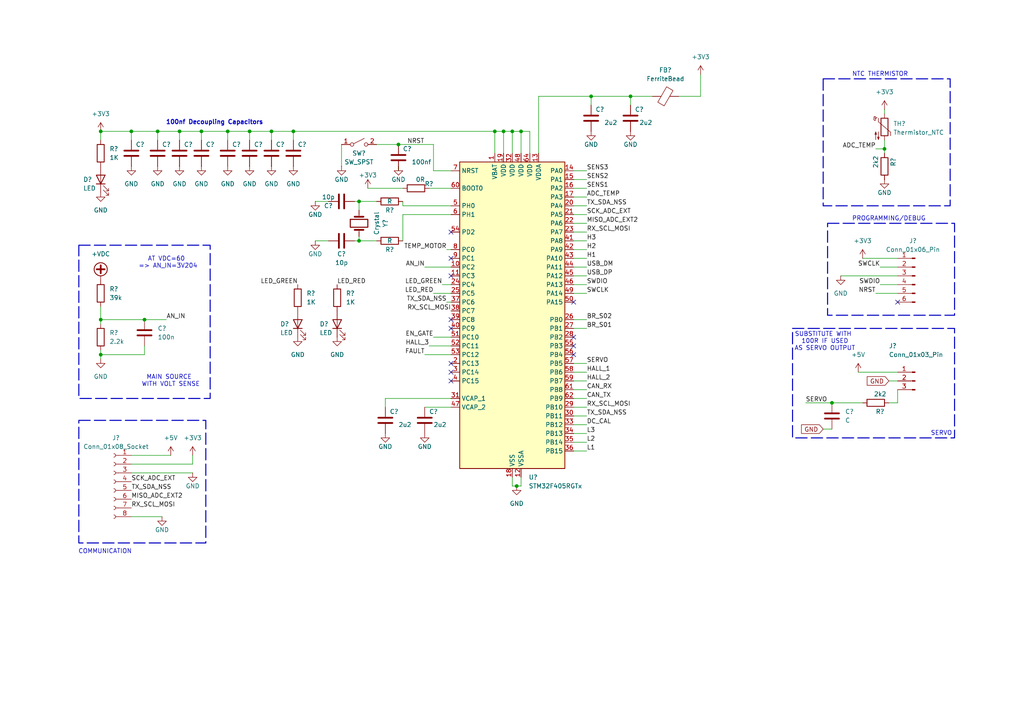
<source format=kicad_sch>
(kicad_sch (version 20231120) (generator "eeschema") (generator_version "8.0")
  (paper "A4")
  (lib_symbols
    (symbol "Connector:Conn_01x03_Pin" (pin_names (offset 1.016) hide)
      (property "Reference" "J" (at 0 5.08 0))
      (property "Value" "Conn_01x03_Pin" (at 0 -5.08 0))
      (symbol "Conn_01x03_Pin_1_1"
        (polyline (pts (xy 1.27 -2.54) (xy 0.8636 -2.54)) (stroke (width 0.1524)))
        (polyline (pts (xy 1.27 0) (xy 0.8636 0)) (stroke (width 0.1524)))
        (polyline (pts (xy 1.27 2.54) (xy 0.8636 2.54)) (stroke (width 0.1524)))
        (rectangle (start 0.8636 -2.413) (end 0 -2.667) (stroke (width 0.1524)) (fill (type outline)))
        (rectangle (start 0.8636 0.127) (end 0 -0.127) (stroke (width 0.1524)) (fill (type outline)))
        (rectangle (start 0.8636 2.667) (end 0 2.413) (stroke (width 0.1524)) (fill (type outline)))
        (pin passive line (at 5.08 2.54 180) (length 3.81) (name "Pin_1") (number "1"))
        (pin passive line (at 5.08 0 180) (length 3.81) (name "Pin_2") (number "2"))
        (pin passive line (at 5.08 -2.54 180) (length 3.81) (name "Pin_3") (number "3"))
      )
    )
    (symbol "Connector:Conn_01x06_Pin" (pin_names (offset 1.016) hide)
      (property "Reference" "J" (at 0 7.62 0))
      (property "Value" "Conn_01x06_Pin" (at 0 -10.16 0))
      (symbol "Conn_01x06_Pin_1_1"
        (polyline (pts (xy 1.27 -7.62) (xy 0.8636 -7.62)) (stroke (width 0.1524)))
        (polyline (pts (xy 1.27 -5.08) (xy 0.8636 -5.08)) (stroke (width 0.1524)))
        (polyline (pts (xy 1.27 -2.54) (xy 0.8636 -2.54)) (stroke (width 0.1524)))
        (polyline (pts (xy 1.27 0) (xy 0.8636 0)) (stroke (width 0.1524)))
        (polyline (pts (xy 1.27 2.54) (xy 0.8636 2.54)) (stroke (width 0.1524)))
        (polyline (pts (xy 1.27 5.08) (xy 0.8636 5.08)) (stroke (width 0.1524)))
        (rectangle (start 0.8636 -7.493) (end 0 -7.747) (stroke (width 0.1524)) (fill (type outline)))
        (rectangle (start 0.8636 -4.953) (end 0 -5.207) (stroke (width 0.1524)) (fill (type outline)))
        (rectangle (start 0.8636 -2.413) (end 0 -2.667) (stroke (width 0.1524)) (fill (type outline)))
        (rectangle (start 0.8636 0.127) (end 0 -0.127) (stroke (width 0.1524)) (fill (type outline)))
        (rectangle (start 0.8636 2.667) (end 0 2.413) (stroke (width 0.1524)) (fill (type outline)))
        (rectangle (start 0.8636 5.207) (end 0 4.953) (stroke (width 0.1524)) (fill (type outline)))
        (pin passive line (at 5.08 5.08 180) (length 3.81) (name "Pin_1") (number "1"))
        (pin passive line (at 5.08 2.54 180) (length 3.81) (name "Pin_2") (number "2"))
        (pin passive line (at 5.08 0 180) (length 3.81) (name "Pin_3") (number "3"))
        (pin passive line (at 5.08 -2.54 180) (length 3.81) (name "Pin_4") (number "4"))
        (pin passive line (at 5.08 -5.08 180) (length 3.81) (name "Pin_5") (number "5"))
        (pin passive line (at 5.08 -7.62 180) (length 3.81) (name "Pin_6") (number "6"))
      )
    )
    (symbol "Connector:Conn_01x08_Socket" (pin_names (offset 1.016) hide)
      (property "Reference" "J" (at 0 10.16 0))
      (property "Value" "Conn_01x08_Socket" (at 0 -12.7 0))
      (symbol "Conn_01x08_Socket_1_1"
        (arc (start 0 -9.652) (mid -0.5058 -10.16) (end 0 -10.668) (stroke (width 0.1524)))
        (arc (start 0 -7.112) (mid -0.5058 -7.62) (end 0 -8.128) (stroke (width 0.1524)))
        (arc (start 0 -4.572) (mid -0.5058 -5.08) (end 0 -5.588) (stroke (width 0.1524)))
        (arc (start 0 -2.032) (mid -0.5058 -2.54) (end 0 -3.048) (stroke (width 0.1524)))
        (polyline (pts (xy -1.27 -10.16) (xy -0.508 -10.16)) (stroke (width 0.1524)))
        (polyline (pts (xy -1.27 -7.62) (xy -0.508 -7.62)) (stroke (width 0.1524)))
        (polyline (pts (xy -1.27 -5.08) (xy -0.508 -5.08)) (stroke (width 0.1524)))
        (polyline (pts (xy -1.27 -2.54) (xy -0.508 -2.54)) (stroke (width 0.1524)))
        (polyline (pts (xy -1.27 0) (xy -0.508 0)) (stroke (width 0.1524)))
        (polyline (pts (xy -1.27 2.54) (xy -0.508 2.54)) (stroke (width 0.1524)))
        (polyline (pts (xy -1.27 5.08) (xy -0.508 5.08)) (stroke (width 0.1524)))
        (polyline (pts (xy -1.27 7.62) (xy -0.508 7.62)) (stroke (width 0.1524)))
        (arc (start 0 0.508) (mid -0.5058 0) (end 0 -0.508) (stroke (width 0.1524)))
        (arc (start 0 3.048) (mid -0.5058 2.54) (end 0 2.032) (stroke (width 0.1524)))
        (arc (start 0 5.588) (mid -0.5058 5.08) (end 0 4.572) (stroke (width 0.1524)))
        (arc (start 0 8.128) (mid -0.5058 7.62) (end 0 7.112) (stroke (width 0.1524)))
        (pin passive line (at -5.08 7.62 0) (length 3.81) (name "Pin_1") (number "1"))
        (pin passive line (at -5.08 5.08 0) (length 3.81) (name "Pin_2") (number "2"))
        (pin passive line (at -5.08 2.54 0) (length 3.81) (name "Pin_3") (number "3"))
        (pin passive line (at -5.08 0 0) (length 3.81) (name "Pin_4") (number "4"))
        (pin passive line (at -5.08 -2.54 0) (length 3.81) (name "Pin_5") (number "5"))
        (pin passive line (at -5.08 -5.08 0) (length 3.81) (name "Pin_6") (number "6"))
        (pin passive line (at -5.08 -7.62 0) (length 3.81) (name "Pin_7") (number "7"))
        (pin passive line (at -5.08 -10.16 0) (length 3.81) (name "Pin_8") (number "8"))
      )
    )
    (symbol "Device:C" (pin_numbers hide) (pin_names (offset 0.254))
      (property "Reference" "C" (at 0.635 2.54 0))
      (property "Value" "C" (at 0.635 -2.54 0))
      (symbol "C_0_1"
        (polyline (pts (xy -2.032 -0.762) (xy 2.032 -0.762)) (stroke (width 0.508)))
        (polyline (pts (xy -2.032 0.762) (xy 2.032 0.762)) (stroke (width 0.508)))
      )
      (symbol "C_1_1"
        (pin passive line (at 0 3.81 270) (length 2.794) (name "~") (number "1"))
        (pin passive line (at 0 -3.81 90) (length 2.794) (name "~") (number "2"))
      )
    )
    (symbol "Device:Crystal" (pin_numbers hide) (pin_names (offset 1.016) hide)
      (property "Reference" "Y" (at 0 3.81 0))
      (property "Value" "Crystal" (at 0 -3.81 0))
      (symbol "Crystal_0_1"
        (rectangle (start -1.143 2.54) (end 1.143 -2.54) (stroke (width 0.3048)))
        (polyline (pts (xy -2.54 0) (xy -1.905 0)))
        (polyline (pts (xy -1.905 -1.27) (xy -1.905 1.27)) (stroke (width 0.508)))
        (polyline (pts (xy 1.905 -1.27) (xy 1.905 1.27)) (stroke (width 0.508)))
        (polyline (pts (xy 2.54 0) (xy 1.905 0)))
      )
      (symbol "Crystal_1_1"
        (pin passive line (at -3.81 0 0) (length 1.27) (name "1") (number "1"))
        (pin passive line (at 3.81 0 180) (length 1.27) (name "2") (number "2"))
      )
    )
    (symbol "Device:FerriteBead" (pin_numbers hide) (pin_names (offset 0))
      (property "Reference" "FB" (at -3.81 0.635 90))
      (property "Value" "FerriteBead" (at 3.81 0 90))
      (symbol "FerriteBead_0_1"
        (polyline (pts (xy 0 -1.27) (xy 0 -1.2192)))
        (polyline (pts (xy 0 1.27) (xy 0 1.2954)))
        (polyline (pts (xy -2.7686 0.4064) (xy -1.7018 2.2606) (xy 2.7686 -0.3048) (xy 1.6764 -2.159) (xy -2.7686 0.4064)))
      )
      (symbol "FerriteBead_1_1"
        (pin passive line (at 0 3.81 270) (length 2.54) (name "~") (number "1"))
        (pin passive line (at 0 -3.81 90) (length 2.54) (name "~") (number "2"))
      )
    )
    (symbol "Device:LED" (pin_numbers hide) (pin_names (offset 1.016) hide)
      (property "Reference" "D" (at 0 2.54 0))
      (property "Value" "LED" (at 0 -2.54 0))
      (symbol "LED_0_1"
        (polyline (pts (xy -1.27 -1.27) (xy -1.27 1.27)) (stroke (width 0.254)))
        (polyline (pts (xy -1.27 0) (xy 1.27 0)))
        (polyline (pts (xy 1.27 -1.27) (xy 1.27 1.27) (xy -1.27 0) (xy 1.27 -1.27)) (stroke (width 0.254)))
        (polyline (pts (xy -3.048 -0.762) (xy -4.572 -2.286) (xy -3.81 -2.286) (xy -4.572 -2.286) (xy -4.572 -1.524)))
        (polyline (pts (xy -1.778 -0.762) (xy -3.302 -2.286) (xy -2.54 -2.286) (xy -3.302 -2.286) (xy -3.302 -1.524)))
      )
      (symbol "LED_1_1"
        (pin passive line (at -3.81 0 0) (length 2.54) (name "K") (number "1"))
        (pin passive line (at 3.81 0 180) (length 2.54) (name "A") (number "2"))
      )
    )
    (symbol "Device:R" (pin_numbers hide) (pin_names (offset 0))
      (property "Reference" "R" (at 2.032 0 90))
      (property "Value" "R" (at 0 0 90))
      (symbol "R_0_1"
        (rectangle (start -1.016 -2.54) (end 1.016 2.54) (stroke (width 0.254)))
      )
      (symbol "R_1_1"
        (pin passive line (at 0 3.81 270) (length 1.27) (name "~") (number "1"))
        (pin passive line (at 0 -3.81 90) (length 1.27) (name "~") (number "2"))
      )
    )
    (symbol "Device:Thermistor_NTC" (pin_numbers hide) (pin_names (offset 0))
      (property "Reference" "TH" (at -4.445 0 90))
      (property "Value" "Thermistor_NTC" (at 3.175 0 90))
      (symbol "Thermistor_NTC_0_1"
        (arc (start -3.048 2.159) (mid -3.0495 2.3143) (end -3.175 2.413))
        (arc (start -3.048 2.159) (mid -2.9736 1.9794) (end -2.794 1.905))
        (arc (start -3.048 2.794) (mid -2.9736 2.6144) (end -2.794 2.54))
        (arc (start -2.794 1.905) (mid -2.6144 1.9794) (end -2.54 2.159))
        (arc (start -2.794 2.54) (mid -2.4393 2.5587) (end -2.159 2.794))
        (arc (start -2.794 3.048) (mid -2.9736 2.9736) (end -3.048 2.794))
        (arc (start -2.54 2.794) (mid -2.6144 2.9736) (end -2.794 3.048))
        (rectangle (start -1.016 2.54) (end 1.016 -2.54) (stroke (width 0.254)))
        (polyline (pts (xy -2.54 2.159) (xy -2.54 2.794)))
        (polyline (pts (xy -1.778 2.54) (xy -1.778 1.524) (xy 1.778 -1.524) (xy 1.778 -2.54)))
        (polyline (pts (xy -2.54 -3.683) (xy -2.54 -1.397) (xy -2.794 -2.159) (xy -2.286 -2.159) (xy -2.54 -1.397) (xy -2.54 -1.651)) (fill (type outline)))
        (polyline (pts (xy -1.778 -1.397) (xy -1.778 -3.683) (xy -2.032 -2.921) (xy -1.524 -2.921) (xy -1.778 -3.683) (xy -1.778 -3.429)) (fill (type outline)))
      )
      (symbol "Thermistor_NTC_1_1"
        (pin passive line (at 0 3.81 270) (length 1.27) (name "~") (number "1"))
        (pin passive line (at 0 -3.81 90) (length 1.27) (name "~") (number "2"))
      )
    )
    (symbol "MCU_ST_STM32F4:STM32F405RGTx"
      (property "Reference" "U" (at -15.24 46.99 0))
      (property "Value" "STM32F405RGTx" (at 10.16 46.99 0))
      (symbol "STM32F405RGTx_0_1"
        (rectangle (start -15.24 -43.18) (end 15.24 45.72) (stroke (width 0.254)) (fill (type background)))
      )
      (symbol "STM32F405RGTx_1_1"
        (pin power_in line (at -5.08 48.26 270) (length 2.54) (name "VBAT") (number "1"))
        (pin bidirectional line (at -17.78 15.24 0) (length 2.54) (name "PC2") (number "10"))
        (pin bidirectional line (at -17.78 12.7 0) (length 2.54) (name "PC3") (number "11"))
        (pin power_in line (at 2.54 -45.72 90) (length 2.54) (name "VSSA") (number "12"))
        (pin power_in line (at 7.62 48.26 270) (length 2.54) (name "VDDA") (number "13"))
        (pin bidirectional line (at 17.78 43.18 180) (length 2.54) (name "PA0") (number "14"))
        (pin bidirectional line (at 17.78 40.64 180) (length 2.54) (name "PA1") (number "15"))
        (pin bidirectional line (at 17.78 38.1 180) (length 2.54) (name "PA2") (number "16"))
        (pin bidirectional line (at 17.78 35.56 180) (length 2.54) (name "PA3") (number "17"))
        (pin power_in line (at 0 -45.72 90) (length 2.54) (name "VSS") (number "18"))
        (pin power_in line (at -2.54 48.26 270) (length 2.54) (name "VDD") (number "19"))
        (pin bidirectional line (at -17.78 -12.7 0) (length 2.54) (name "PC13") (number "2"))
        (pin bidirectional line (at 17.78 33.02 180) (length 2.54) (name "PA4") (number "20"))
        (pin bidirectional line (at 17.78 30.48 180) (length 2.54) (name "PA5") (number "21"))
        (pin bidirectional line (at 17.78 27.94 180) (length 2.54) (name "PA6") (number "22"))
        (pin bidirectional line (at 17.78 25.4 180) (length 2.54) (name "PA7") (number "23"))
        (pin bidirectional line (at -17.78 10.16 0) (length 2.54) (name "PC4") (number "24"))
        (pin bidirectional line (at -17.78 7.62 0) (length 2.54) (name "PC5") (number "25"))
        (pin bidirectional line (at 17.78 0 180) (length 2.54) (name "PB0") (number "26"))
        (pin bidirectional line (at 17.78 -2.54 180) (length 2.54) (name "PB1") (number "27"))
        (pin bidirectional line (at 17.78 -5.08 180) (length 2.54) (name "PB2") (number "28"))
        (pin bidirectional line (at 17.78 -25.4 180) (length 2.54) (name "PB10") (number "29"))
        (pin bidirectional line (at -17.78 -15.24 0) (length 2.54) (name "PC14") (number "3"))
        (pin bidirectional line (at 17.78 -27.94 180) (length 2.54) (name "PB11") (number "30"))
        (pin power_out line (at -17.78 -22.86 0) (length 2.54) (name "VCAP_1") (number "31"))
        (pin power_in line (at 0 48.26 270) (length 2.54) (name "VDD") (number "32"))
        (pin bidirectional line (at 17.78 -30.48 180) (length 2.54) (name "PB12") (number "33"))
        (pin bidirectional line (at 17.78 -33.02 180) (length 2.54) (name "PB13") (number "34"))
        (pin bidirectional line (at 17.78 -35.56 180) (length 2.54) (name "PB14") (number "35"))
        (pin bidirectional line (at 17.78 -38.1 180) (length 2.54) (name "PB15") (number "36"))
        (pin bidirectional line (at -17.78 5.08 0) (length 2.54) (name "PC6") (number "37"))
        (pin bidirectional line (at -17.78 2.54 0) (length 2.54) (name "PC7") (number "38"))
        (pin bidirectional line (at -17.78 0 0) (length 2.54) (name "PC8") (number "39"))
        (pin bidirectional line (at -17.78 -17.78 0) (length 2.54) (name "PC15") (number "4"))
        (pin bidirectional line (at -17.78 -2.54 0) (length 2.54) (name "PC9") (number "40"))
        (pin bidirectional line (at 17.78 22.86 180) (length 2.54) (name "PA8") (number "41"))
        (pin bidirectional line (at 17.78 20.32 180) (length 2.54) (name "PA9") (number "42"))
        (pin bidirectional line (at 17.78 17.78 180) (length 2.54) (name "PA10") (number "43"))
        (pin bidirectional line (at 17.78 15.24 180) (length 2.54) (name "PA11") (number "44"))
        (pin bidirectional line (at 17.78 12.7 180) (length 2.54) (name "PA12") (number "45"))
        (pin bidirectional line (at 17.78 10.16 180) (length 2.54) (name "PA13") (number "46"))
        (pin power_out line (at -17.78 -25.4 0) (length 2.54) (name "VCAP_2") (number "47"))
        (pin power_in line (at 2.54 48.26 270) (length 2.54) (name "VDD") (number "48"))
        (pin bidirectional line (at 17.78 7.62 180) (length 2.54) (name "PA14") (number "49"))
        (pin bidirectional line (at -17.78 33.02 0) (length 2.54) (name "PH0") (number "5"))
        (pin bidirectional line (at 17.78 5.08 180) (length 2.54) (name "PA15") (number "50"))
        (pin bidirectional line (at -17.78 -5.08 0) (length 2.54) (name "PC10") (number "51"))
        (pin bidirectional line (at -17.78 -7.62 0) (length 2.54) (name "PC11") (number "52"))
        (pin bidirectional line (at -17.78 -10.16 0) (length 2.54) (name "PC12") (number "53"))
        (pin bidirectional line (at -17.78 25.4 0) (length 2.54) (name "PD2") (number "54"))
        (pin bidirectional line (at 17.78 -7.62 180) (length 2.54) (name "PB3") (number "55"))
        (pin bidirectional line (at 17.78 -10.16 180) (length 2.54) (name "PB4") (number "56"))
        (pin bidirectional line (at 17.78 -12.7 180) (length 2.54) (name "PB5") (number "57"))
        (pin bidirectional line (at 17.78 -15.24 180) (length 2.54) (name "PB6") (number "58"))
        (pin bidirectional line (at 17.78 -17.78 180) (length 2.54) (name "PB7") (number "59"))
        (pin bidirectional line (at -17.78 30.48 0) (length 2.54) (name "PH1") (number "6"))
        (pin input line (at -17.78 38.1 0) (length 2.54) (name "BOOT0") (number "60"))
        (pin bidirectional line (at 17.78 -20.32 180) (length 2.54) (name "PB8") (number "61"))
        (pin bidirectional line (at 17.78 -22.86 180) (length 2.54) (name "PB9") (number "62"))
        (pin passive line (at 0 -45.72 90) (length 2.54) hide (name "VSS") (number "63"))
        (pin power_in line (at 5.08 48.26 270) (length 2.54) (name "VDD") (number "64"))
        (pin input line (at -17.78 43.18 0) (length 2.54) (name "NRST") (number "7"))
        (pin bidirectional line (at -17.78 20.32 0) (length 2.54) (name "PC0") (number "8"))
        (pin bidirectional line (at -17.78 17.78 0) (length 2.54) (name "PC1") (number "9"))
      )
    )
    (symbol "Switch:SW_SPST" (pin_names (offset 0) hide)
      (property "Reference" "SW" (at 0 3.175 0))
      (property "Value" "SW_SPST" (at 0 -2.54 0))
      (symbol "SW_SPST_0_0"
        (circle (center -2.032 0) (radius 0.508))
        (polyline (pts (xy -1.524 0.254) (xy 1.524 1.778)))
        (circle (center 2.032 0) (radius 0.508))
      )
      (symbol "SW_SPST_1_1"
        (pin passive line (at -5.08 0 0) (length 2.54) (name "A") (number "1"))
        (pin passive line (at 5.08 0 180) (length 2.54) (name "B") (number "2"))
      )
    )
    (symbol "power:+3V3" (power) (pin_numbers hide) (pin_names (offset 0) hide)
      (property "Value" "+3V3" (at 0 3.556 0))
      (symbol "+3V3_0_1"
        (polyline (pts (xy -0.762 1.27) (xy 0 2.54)))
        (polyline (pts (xy 0 0) (xy 0 2.54)))
        (polyline (pts (xy 0 2.54) (xy 0.762 1.27)))
      )
      (symbol "+3V3_1_1"
        (pin power_in line (at 0 0 90) (length 0) (name "~") (number "1"))
      )
    )
    (symbol "power:+VDC" (power) (pin_numbers hide) (pin_names (offset 0) hide)
      (property "Value" "+VDC" (at 0 6.35 0))
      (symbol "+VDC_0_1"
        (polyline (pts (xy -1.143 3.175) (xy 1.143 3.175)) (stroke (width 0.508)))
        (polyline (pts (xy 0 0) (xy 0 1.27)))
        (polyline (pts (xy 0 2.032) (xy 0 4.318)) (stroke (width 0.508)))
        (circle (center 0 3.175) (radius 1.905) (stroke (width 0.254)))
      )
      (symbol "+VDC_1_1"
        (pin power_in line (at 0 0 90) (length 0) (name "~") (number "1"))
      )
    )
    (symbol "power:GND" (power) (pin_numbers hide) (pin_names (offset 0) hide)
      (property "Value" "GND" (at 0 -3.81 0))
      (symbol "GND_0_1"
        (polyline (pts (xy 0 0) (xy 0 -1.27) (xy 1.27 -1.27) (xy 0 -2.54) (xy -1.27 -1.27) (xy 0 -1.27)))
      )
      (symbol "GND_1_1"
        (pin power_in line (at 0 0 270) (length 0) (name "~") (number "1"))
      )
    )
  )
  (junction (at 241.3 116.84))
  (junction (at 29.21 38.1))
  (junction (at 72.39 38.1))
  (junction (at 66.04 38.1))
  (junction (at 29.21 92.71))
  (junction (at 149.86 140.97))
  (junction (at 148.59 38.1))
  (junction (at 146.05 38.1))
  (junction (at 58.42 38.1))
  (junction (at 78.74 38.1))
  (junction (at 29.21 102.87))
  (junction (at 38.1 38.1))
  (junction (at 143.51 38.1))
  (junction (at 182.88 27.94))
  (junction (at 52.07 38.1))
  (junction (at 115.57 41.91))
  (junction (at 41.91 92.71))
  (junction (at 45.72 38.1))
  (junction (at 171.45 27.94))
  (junction (at 151.13 38.1))
  (junction (at 104.14 69.85))
  (junction (at 104.14 58.42))
  (junction (at 85.09 38.1))
  (junction (at 256.54 43.18))
  (no_connect (at 130.81 80.01))
  (no_connect (at 130.81 67.31))
  (no_connect (at 130.81 107.95))
  (no_connect (at 166.37 87.63))
  (no_connect (at 130.81 95.25))
  (no_connect (at 130.81 92.71))
  (no_connect (at 166.37 97.79))
  (no_connect (at 130.81 110.49))
  (no_connect (at 130.81 105.41))
  (no_connect (at 166.37 100.33))
  (no_connect (at 166.37 102.87))
  (no_connect (at 260.35 87.63))
  (no_connect (at 130.81 74.93))
  (wire (pts (xy 170.18 128.27) (xy 166.37 128.27)))
  (wire (pts (xy 170.18 80.01) (xy 166.37 80.01)))
  (wire (pts (xy 148.59 44.45) (xy 148.59 38.1)))
  (wire (pts (xy 170.18 72.39) (xy 166.37 72.39)))
  (wire (pts (xy 203.2 21.59) (xy 203.2 27.94)))
  (wire (pts (xy 116.84 59.69) (xy 116.84 58.42)))
  (wire (pts (xy 29.21 40.64) (xy 29.21 38.1)))
  (wire (pts (xy 78.74 38.1) (xy 85.09 38.1)))
  (wire (pts (xy 170.18 62.23) (xy 166.37 62.23)))
  (wire (pts (xy 182.88 27.94) (xy 171.45 27.94)))
  (wire (pts (xy 171.45 30.48) (xy 171.45 27.94)))
  (wire (pts (xy 170.18 82.55) (xy 166.37 82.55)))
  (wire (pts (xy 38.1 149.86) (xy 46.99 149.86)))
  (wire (pts (xy 38.1 40.64) (xy 38.1 38.1)))
  (wire (pts (xy 38.1 132.08) (xy 49.53 132.08)))
  (wire (pts (xy 91.44 69.85) (xy 95.25 69.85)))
  (wire (pts (xy 256.54 31.75) (xy 256.54 33.02)))
  (wire (pts (xy 170.18 130.81) (xy 166.37 130.81)))
  (wire (pts (xy 109.22 58.42) (xy 104.14 58.42)))
  (wire (pts (xy 104.14 58.42) (xy 104.14 60.96)))
  (wire (pts (xy 170.18 52.07) (xy 166.37 52.07)))
  (wire (pts (xy 143.51 38.1) (xy 146.05 38.1)))
  (wire (pts (xy 170.18 118.11) (xy 166.37 118.11)))
  (wire (pts (xy 243.84 80.01) (xy 260.35 80.01)))
  (wire (pts (xy 182.88 27.94) (xy 189.23 27.94)))
  (wire (pts (xy 255.27 77.47) (xy 260.35 77.47)))
  (wire (pts (xy 151.13 44.45) (xy 151.13 38.1)))
  (wire (pts (xy 85.09 38.1) (xy 143.51 38.1)))
  (wire (pts (xy 170.18 110.49) (xy 166.37 110.49)))
  (wire (pts (xy 78.74 40.64) (xy 78.74 38.1)))
  (wire (pts (xy 29.21 104.14) (xy 29.21 102.87)))
  (wire (pts (xy 170.18 54.61) (xy 166.37 54.61)))
  (wire (pts (xy 151.13 138.43) (xy 151.13 140.97)))
  (wire (pts (xy 58.42 38.1) (xy 66.04 38.1)))
  (wire (pts (xy 170.18 123.19) (xy 166.37 123.19)))
  (wire (pts (xy 170.18 120.65) (xy 166.37 120.65)))
  (wire (pts (xy 123.19 102.87) (xy 130.81 102.87)))
  (wire (pts (xy 129.54 72.39) (xy 130.81 72.39)))
  (wire (pts (xy 256.54 44.45) (xy 256.54 43.18)))
  (wire (pts (xy 146.05 38.1) (xy 148.59 38.1)))
  (wire (pts (xy 233.68 116.84) (xy 241.3 116.84)))
  (wire (pts (xy 55.88 134.62) (xy 55.88 132.08)))
  (wire (pts (xy 29.21 92.71) (xy 29.21 93.98)))
  (wire (pts (xy 41.91 100.33) (xy 41.91 102.87)))
  (wire (pts (xy 91.44 58.42) (xy 95.25 58.42)))
  (wire (pts (xy 257.81 116.84) (xy 260.35 116.84)))
  (wire (pts (xy 156.21 27.94) (xy 156.21 44.45)))
  (wire (pts (xy 148.59 38.1) (xy 151.13 38.1)))
  (wire (pts (xy 241.3 116.84) (xy 250.19 116.84)))
  (wire (pts (xy 170.18 105.41) (xy 166.37 105.41)))
  (wire (pts (xy 170.18 92.71) (xy 166.37 92.71)))
  (wire (pts (xy 123.19 118.11) (xy 130.81 118.11)))
  (wire (pts (xy 109.22 41.91) (xy 115.57 41.91)))
  (wire (pts (xy 170.18 74.93) (xy 166.37 74.93)))
  (wire (pts (xy 72.39 40.64) (xy 72.39 38.1)))
  (wire (pts (xy 257.81 110.49) (xy 260.35 110.49)))
  (wire (pts (xy 104.14 68.58) (xy 104.14 69.85)))
  (wire (pts (xy 45.72 40.64) (xy 45.72 38.1)))
  (wire (pts (xy 170.18 77.47) (xy 166.37 77.47)))
  (wire (pts (xy 250.19 74.93) (xy 260.35 74.93)))
  (wire (pts (xy 52.07 38.1) (xy 58.42 38.1)))
  (wire (pts (xy 29.21 102.87) (xy 29.21 101.6)))
  (wire (pts (xy 85.09 40.64) (xy 85.09 38.1)))
  (wire (pts (xy 104.14 58.42) (xy 102.87 58.42)))
  (wire (pts (xy 260.35 116.84) (xy 260.35 113.03)))
  (wire (pts (xy 123.19 77.47) (xy 130.81 77.47)))
  (wire (pts (xy 52.07 40.64) (xy 52.07 38.1)))
  (wire (pts (xy 55.88 134.62) (xy 38.1 134.62)))
  (wire (pts (xy 170.18 107.95) (xy 166.37 107.95)))
  (wire (pts (xy 111.76 118.11) (xy 111.76 115.57)))
  (wire (pts (xy 125.73 41.91) (xy 125.73 49.53)))
  (wire (pts (xy 116.84 69.85) (xy 116.84 62.23)))
  (wire (pts (xy 115.57 48.26) (xy 115.57 49.53)))
  (wire (pts (xy 196.85 27.94) (xy 203.2 27.94)))
  (wire (pts (xy 38.1 38.1) (xy 45.72 38.1)))
  (wire (pts (xy 41.91 92.71) (xy 29.21 92.71)))
  (wire (pts (xy 170.18 95.25) (xy 166.37 95.25)))
  (wire (pts (xy 171.45 27.94) (xy 156.21 27.94)))
  (wire (pts (xy 170.18 69.85) (xy 166.37 69.85)))
  (wire (pts (xy 104.14 69.85) (xy 102.87 69.85)))
  (wire (pts (xy 170.18 125.73) (xy 166.37 125.73)))
  (wire (pts (xy 182.88 30.48) (xy 182.88 27.94)))
  (wire (pts (xy 248.92 107.95) (xy 260.35 107.95)))
  (wire (pts (xy 106.68 54.61) (xy 116.84 54.61)))
  (wire (pts (xy 128.27 82.55) (xy 130.81 82.55)))
  (wire (pts (xy 111.76 115.57) (xy 130.81 115.57)))
  (wire (pts (xy 170.18 49.53) (xy 166.37 49.53)))
  (wire (pts (xy 255.27 82.55) (xy 260.35 82.55)))
  (wire (pts (xy 256.54 43.18) (xy 256.54 40.64)))
  (wire (pts (xy 29.21 88.9) (xy 29.21 92.71)))
  (wire (pts (xy 124.46 100.33) (xy 130.81 100.33)))
  (wire (pts (xy 125.73 97.79) (xy 130.81 97.79)))
  (wire (pts (xy 149.86 140.97) (xy 148.59 140.97)))
  (wire (pts (xy 170.18 59.69) (xy 166.37 59.69)))
  (wire (pts (xy 146.05 44.45) (xy 146.05 38.1)))
  (wire (pts (xy 29.21 38.1) (xy 38.1 38.1)))
  (wire (pts (xy 38.1 137.16) (xy 55.88 137.16)))
  (wire (pts (xy 143.51 44.45) (xy 143.51 38.1)))
  (wire (pts (xy 66.04 40.64) (xy 66.04 38.1)))
  (wire (pts (xy 151.13 140.97) (xy 149.86 140.97)))
  (wire (pts (xy 170.18 115.57) (xy 166.37 115.57)))
  (wire (pts (xy 148.59 140.97) (xy 148.59 138.43)))
  (wire (pts (xy 130.81 59.69) (xy 116.84 59.69)))
  (wire (pts (xy 72.39 38.1) (xy 78.74 38.1)))
  (wire (pts (xy 66.04 38.1) (xy 72.39 38.1)))
  (wire (pts (xy 104.14 69.85) (xy 109.22 69.85)))
  (wire (pts (xy 170.18 67.31) (xy 166.37 67.31)))
  (wire (pts (xy 254 43.18) (xy 256.54 43.18)))
  (wire (pts (xy 124.46 54.61) (xy 130.81 54.61)))
  (wire (pts (xy 125.73 49.53) (xy 130.81 49.53)))
  (wire (pts (xy 99.06 48.26) (xy 99.06 41.91)))
  (wire (pts (xy 153.67 44.45) (xy 153.67 38.1)))
  (wire (pts (xy 170.18 64.77) (xy 166.37 64.77)))
  (wire (pts (xy 115.57 41.91) (xy 125.73 41.91)))
  (wire (pts (xy 58.42 40.64) (xy 58.42 38.1)))
  (wire (pts (xy 129.54 87.63) (xy 130.81 87.63)))
  (wire (pts (xy 41.91 92.71) (xy 48.26 92.71)))
  (wire (pts (xy 170.18 85.09) (xy 166.37 85.09)))
  (wire (pts (xy 238.76 124.46) (xy 241.3 124.46)))
  (wire (pts (xy 29.21 102.87) (xy 41.91 102.87)))
  (wire (pts (xy 45.72 38.1) (xy 52.07 38.1)))
  (wire (pts (xy 170.18 113.03) (xy 166.37 113.03)))
  (wire (pts (xy 116.84 62.23) (xy 130.81 62.23)))
  (wire (pts (xy 170.18 57.15) (xy 166.37 57.15)))
  (wire (pts (xy 151.13 38.1) (xy 153.67 38.1)))
  (wire (pts (xy 125.73 85.09) (xy 130.81 85.09)))
  (wire (pts (xy 254 85.09) (xy 260.35 85.09)))
  (rectangle (start 229.87 95.25) (end 276.86 127) (stroke (width 0.3) (type dash)))
  (rectangle (start 240.03 64.77) (end 276.86 91.44) (stroke (width 0.3) (type dash)))
  (rectangle (start 22.86 71.12) (end 60.96 115.57) (stroke (width 0.3) (type dash)))
  (rectangle (start 22.86 121.92) (end 59.69 157.48) (stroke (width 0.3) (type dash)))
  (rectangle (start 238.76 22.86) (end 275.59 59.69) (stroke (width 0.3) (type dash)))
  (text "SUBSTITUTE WITH\n 100R IF USED\n AS SERVO OUTPUT\n" (at 238.76 99.06 0) (effects (font (size 1.27 1.27))))
  (text "AT VDC=60\n => AN_IN=3V204\n" (at 48.26 76.2 0) (effects (font (size 1.27 1.27))))
  (text "MAIN SOURCE \nWITH VOLT SENSE\n" (at 49.53 110.49 0) (effects (font (size 1.27 1.27))))
  (text "NTC THERMISTOR\n" (at 255.27 21.59 0) (effects (font (size 1.27 1.27))))
  (text "COMMUNICATION\n" (at 30.48 160.02 0) (effects (font (size 1.27 1.27))))
  (text "100nf Decoupling Capacitors" (at 62.23 35.56 0) (effects (font (size 1.27 1.27) (thickness 0.254) (bold yes))))
  (text "PROGRAMMING/DEBUG\n" (at 257.81 63.5 0) (effects (font (size 1.27 1.27))))
  (text "SERVO\n" (at 273.05 125.73 0) (effects (font (size 1.27 1.27))))
  (label "LED_GREEN" (at 86.36 82.55 180))
  (label "SERVO" (at 233.68 116.84 0))
  (label "NRST" (at 118.11 41.91 0))
  (label "L3" (at 170.18 125.73 0))
  (label "SENS2" (at 170.18 52.07 0))
  (label "LED_RED" (at 97.79 82.55 0))
  (label "NRST" (at 254 85.09 180))
  (label "TX_SDA_NSS" (at 170.18 120.65 0))
  (label "L1" (at 170.18 130.81 0))
  (label "AN_IN" (at 123.19 77.47 180))
  (label "SENS1" (at 170.18 54.61 0))
  (label "RX_SCL_MOSI" (at 170.18 118.11 0))
  (label "TX_SDA_NSS" (at 38.1 142.24 0))
  (label "FAULT" (at 123.19 102.87 180))
  (label "SCK_ADC_EXT" (at 38.1 139.7 0))
  (label "TX_SDA_NSS" (at 129.54 87.63 180))
  (label "USB_DP" (at 170.18 80.01 0))
  (label "SWCLK" (at 255.27 77.47 180))
  (label "MISO_ADC_EXT2" (at 170.18 64.77 0))
  (label "ADC_TEMP" (at 254 43.18 180))
  (label "RX_SCL_MOSI" (at 38.1 147.32 0))
  (label "SENS3" (at 170.18 49.53 0))
  (label "EN_GATE" (at 125.73 97.79 180))
  (label "ADC_TEMP" (at 170.18 57.15 0))
  (label "USB_DM" (at 170.18 77.47 0))
  (label "H3" (at 170.18 69.85 0))
  (label "MISO_ADC_EXT2" (at 38.1 144.78 0))
  (label "SWCLK" (at 170.18 85.09 0))
  (label "TX_SDA_NSS" (at 170.18 59.69 0))
  (label "RX_SCL_MOSI" (at 170.18 67.31 0))
  (label "LED_GREEN" (at 128.27 82.55 180))
  (label "L2" (at 170.18 128.27 0))
  (label "HALL_2" (at 170.18 110.49 0))
  (label "H1" (at 170.18 74.93 0))
  (label "BR_S02" (at 170.18 92.71 0))
  (label "CAN_RX" (at 170.18 113.03 0))
  (label "DC_CAL" (at 170.18 123.19 0))
  (label "SCK_ADC_EXT" (at 170.18 62.23 0))
  (label "SERVO" (at 170.18 105.41 0))
  (label "CAN_TX" (at 170.18 115.57 0))
  (label "SWDIO" (at 255.27 82.55 180))
  (label "RX_SCL_MOSI" (at 130.81 90.17 180))
  (label "SWDIO" (at 170.18 82.55 0))
  (label "HALL_3" (at 124.46 100.33 180))
  (label "BR_S01" (at 170.18 95.25 0))
  (label "LED_RED" (at 125.73 85.09 180))
  (label "TEMP_MOTOR" (at 129.54 72.39 180))
  (label "H2" (at 170.18 72.39 0))
  (label "HALL_1" (at 170.18 107.95 0))
  (label "AN_IN" (at 48.26 92.71 0))
  (global_label "GND" (shape input) (at 238.76 124.46 180) (property "Intersheetrefs" "${INTERSHEET_REFS}" (effects (hide yes))))
  (global_label "GND" (shape input) (at 257.81 110.49 180) (property "Intersheetrefs" "${INTERSHEET_REFS}" (effects (hide yes))))
  (symbol (lib_id "power:+3V3") (at 29.21 38.1 0) (unit 1)
    (property "Reference" "#PWR02" (effects (hide yes)))
    (property "Value" "+3V3" (at 29.21 33.02 0))
    (property "Description" "Power symbol creates a global label with name \"+3V3\"" (effects (hide yes)))
  )
  (symbol (lib_id "power:GND") (at 171.45 38.1 0) (unit 1)
    (property "Reference" "#PWR016" (effects (hide yes)))
    (property "Value" "GND" (at 171.45 41.91 0))
    (property "Description" "Power symbol creates a global label with name \"GND\" , ground" (effects (hide yes)))
  )
  (symbol (lib_id "power:GND") (at 78.74 48.26 0) (unit 1)
    (property "Reference" "#PWR06" (effects (hide yes)))
    (property "Value" "GND" (at 78.74 53.34 0))
    (property "Description" "Power symbol creates a global label with name \"GND\" , ground" (effects (hide yes)))
  )
  (symbol (lib_id "power:+3V3") (at 49.53 132.08 0) (unit 1)
    (property "Reference" "#PWR031" (effects (hide yes)))
    (property "Value" "+5V" (at 49.53 127 0))
    (property "Description" "Power symbol creates a global label with name \"+3V3\"" (effects (hide yes)))
  )
  (symbol (lib_id "power:+3V3") (at 106.68 54.61 0) (unit 1)
    (property "Reference" "#PWR013" (effects (hide yes)))
    (property "Value" "+3V3" (at 106.68 50.8 0))
    (property "Description" "Power symbol creates a global label with name \"+3V3\"" (effects (hide yes)))
  )
  (symbol (lib_id "Device:Crystal") (at 104.14 64.77 90) (unit 1)
    (property "Reference" "Y?" (at 111.76 64.77 0))
    (property "Value" "Crystal" (at 109.22 64.77 0))
    (property "Description" "Two pin crystal" (effects (hide yes)))
  )
  (symbol (lib_id "Device:R") (at 97.79 86.36 0) (unit 1)
    (property "Reference" "R?" (at 100.33 85.0899 0) (effects (justify left)))
    (property "Value" "1K" (at 100.33 87.6299 0) (effects (justify left)))
    (property "Description" "Resistor" (effects (hide yes)))
  )
  (symbol (lib_id "Device:C") (at 241.3 120.65 0) (unit 1)
    (property "Reference" "C?" (at 245.11 119.3799 0) (effects (justify left)))
    (property "Value" "C" (at 245.11 121.9199 0) (effects (justify left)))
    (property "Description" "Unpolarized capacitor" (effects (hide yes)))
  )
  (symbol (lib_id "Device:C") (at 115.57 45.72 180) (unit 1)
    (property "Reference" "C?" (at 116.84 43.18 0) (effects (justify right)))
    (property "Value" "100nf" (at 119.38 46.9899 0) (effects (justify right)))
    (property "Description" "Unpolarized capacitor" (effects (hide yes)))
  )
  (symbol (lib_id "Device:R") (at 113.03 69.85 90) (unit 1)
    (property "Reference" "R?" (at 113.03 72.39 90))
    (property "Value" "R" (at 113.03 69.85 90))
    (property "Description" "Resistor" (effects (hide yes)))
  )
  (symbol (lib_id "Device:R") (at 254 116.84 90) (unit 1)
    (property "Reference" "R?" (at 255.27 119.38 90))
    (property "Value" "2k2" (at 255.27 114.3 90))
    (property "Description" "Resistor" (effects (hide yes)))
  )
  (symbol (lib_id "Device:R") (at 120.65 54.61 90) (unit 1)
    (property "Reference" "R?" (at 124.46 53.34 90))
    (property "Value" "0R" (at 121.92 52.07 90))
    (property "Description" "Resistor" (effects (hide yes)))
  )
  (symbol (lib_id "power:GND") (at 256.54 52.07 0) (unit 1)
    (property "Reference" "#PWR028" (effects (hide yes)))
    (property "Value" "GND" (at 256.54 55.88 0))
    (property "Description" "Power symbol creates a global label with name \"GND\" , ground" (effects (hide yes)))
  )
  (symbol (lib_id "power:GND") (at 115.57 48.26 0) (unit 1)
    (property "Reference" "#PWR011" (effects (hide yes)))
    (property "Value" "GND" (at 115.57 52.07 0))
    (property "Description" "Power symbol creates a global label with name \"GND\" , ground" (effects (hide yes)))
  )
  (symbol (lib_id "power:GND") (at 182.88 38.1 0) (unit 1)
    (property "Reference" "#PWR017" (effects (hide yes)))
    (property "Value" "GND" (at 182.88 41.91 0))
    (property "Description" "Power symbol creates a global label with name \"GND\" , ground" (effects (hide yes)))
  )
  (symbol (lib_id "power:GND") (at 46.99 149.86 0) (unit 1)
    (property "Reference" "#PWR029" (effects (hide yes)))
    (property "Value" "GND" (at 46.99 153.67 0))
    (property "Description" "Power symbol creates a global label with name \"GND\" , ground" (effects (hide yes)))
  )
  (symbol (lib_id "Device:C") (at 99.06 69.85 270) (unit 1)
    (property "Reference" "C?" (at 99.06 73.66 90))
    (property "Value" "10p" (at 99.06 76.2 90))
    (property "Description" "Unpolarized capacitor" (effects (hide yes)))
  )
  (symbol (lib_id "Device:LED") (at 86.36 93.98 90) (unit 1)
    (property "Reference" "D?" (at 81.28 93.98 90) (effects (justify right)))
    (property "Value" "LED" (at 81.28 96.52 90) (effects (justify right)))
    (property "Description" "Light emitting diode" (effects (hide yes)))
  )
  (symbol (lib_id "Device:C") (at 52.07 44.45 180) (unit 1)
    (property "Reference" "C?" (at 53.34 41.91 0) (effects (justify right)))
    (property "Value" "C" (effects (hide yes)))
    (property "Description" "Unpolarized capacitor" (effects (hide yes)))
  )
  (symbol (lib_id "power:+VDC") (at 29.21 81.28 0) (unit 1)
    (property "Reference" "#PWR033" (effects (hide yes)))
    (property "Value" "+VDC" (at 29.21 73.66 0))
    (property "Description" "Power symbol creates a global label with name \"+VDC\"" (effects (hide yes)))
  )
  (symbol (lib_id "Device:C") (at 85.09 44.45 180) (unit 1)
    (property "Reference" "C?" (at 86.36 41.91 0) (effects (justify right)))
    (property "Value" "C" (effects (hide yes)))
    (property "Description" "Unpolarized capacitor" (effects (hide yes)))
  )
  (symbol (lib_id "power:GND") (at 55.88 137.16 0) (unit 1)
    (property "Reference" "#PWR030" (effects (hide yes)))
    (property "Value" "GND" (at 55.88 140.97 0))
    (property "Description" "Power symbol creates a global label with name \"GND\" , ground" (effects (hide yes)))
  )
  (symbol (lib_id "power:+3V3") (at 55.88 132.08 0) (unit 1)
    (property "Reference" "#PWR032" (effects (hide yes)))
    (property "Value" "+3V3" (at 55.88 127 0))
    (property "Description" "Power symbol creates a global label with name \"+3V3\"" (effects (hide yes)))
  )
  (symbol (lib_id "power:+3V3") (at 248.92 107.95 0) (unit 1)
    (property "Reference" "#PWR025" (effects (hide yes)))
    (property "Value" "+5V" (at 248.92 102.87 0))
    (property "Description" "Power symbol creates a global label with name \"+3V3\"" (effects (hide yes)))
  )
  (symbol (lib_id "Device:FerriteBead") (at 193.04 27.94 90) (unit 1)
    (property "Reference" "FB?" (at 192.9892 20.32 90))
    (property "Value" "FerriteBead" (at 192.9892 22.86 90))
    (property "Description" "Ferrite bead" (effects (hide yes)))
  )
  (symbol (lib_id "Device:R") (at 113.03 58.42 90) (unit 1)
    (property "Reference" "R?" (at 113.03 60.96 90))
    (property "Value" "R" (at 113.03 58.42 90))
    (property "Description" "Resistor" (effects (hide yes)))
  )
  (symbol (lib_id "Device:R") (at 256.54 48.26 180) (unit 1)
    (property "Reference" "R?" (at 259.08 46.99 90))
    (property "Value" "2k2" (at 254 46.99 90))
    (property "Description" "Resistor" (effects (hide yes)))
  )
  (symbol (lib_id "Device:C") (at 182.88 34.29 180) (unit 1)
    (property "Reference" "C?" (at 184.15 31.75 0) (effects (justify right)))
    (property "Value" "2u2" (at 185.42 35.56 0) (effects (justify right)))
    (property "Description" "Unpolarized capacitor" (effects (hide yes)))
  )
  (symbol (lib_id "Device:R") (at 86.36 86.36 0) (unit 1)
    (property "Reference" "R?" (at 88.9 85.0899 0) (effects (justify left)))
    (property "Value" "1K" (at 88.9 87.6299 0) (effects (justify left)))
    (property "Description" "Resistor" (effects (hide yes)))
  )
  (symbol (lib_id "Device:C") (at 58.42 44.45 180) (unit 1)
    (property "Reference" "C?" (at 59.69 41.91 0) (effects (justify right)))
    (property "Value" "C" (effects (hide yes)))
    (property "Description" "Unpolarized capacitor" (effects (hide yes)))
  )
  (symbol (lib_id "Device:C") (at 123.19 121.92 180) (unit 1)
    (property "Reference" "C?" (at 124.46 119.38 0) (effects (justify right)))
    (property "Value" "2u2" (at 125.73 123.19 0) (effects (justify right)))
    (property "Description" "Unpolarized capacitor" (effects (hide yes)))
  )
  (symbol (lib_id "power:GND") (at 29.21 55.88 0) (unit 1)
    (property "Reference" "#PWR022" (effects (hide yes)))
    (property "Value" "GND" (at 29.21 60.96 0))
    (property "Description" "Power symbol creates a global label with name \"GND\" , ground" (effects (hide yes)))
  )
  (symbol (lib_id "Device:C") (at 111.76 121.92 180) (unit 1)
    (property "Reference" "C?" (at 113.03 119.38 0) (effects (justify right)))
    (property "Value" "2u2" (at 115.57 123.1899 0) (effects (justify right)))
    (property "Description" "Unpolarized capacitor" (effects (hide yes)))
  )
  (symbol (lib_id "power:+3V3") (at 203.2 21.59 0) (unit 1)
    (property "Reference" "#PWR018" (effects (hide yes)))
    (property "Value" "+3V3" (at 203.2 16.51 0))
    (property "Description" "Power symbol creates a global label with name \"+3V3\"" (effects (hide yes)))
  )
  (symbol (lib_id "power:GND") (at 86.36 97.79 0) (unit 1)
    (property "Reference" "#PWR023" (effects (hide yes)))
    (property "Value" "GND" (at 86.36 102.87 0))
    (property "Description" "Power symbol creates a global label with name \"GND\" , ground" (effects (hide yes)))
  )
  (symbol (lib_id "Device:C") (at 45.72 44.45 180) (unit 1)
    (property "Reference" "C?" (at 46.99 41.91 0) (effects (justify right)))
    (property "Value" "C" (effects (hide yes)))
    (property "Description" "Unpolarized capacitor" (effects (hide yes)))
  )
  (symbol (lib_id "Device:Thermistor_NTC") (at 256.54 36.83 0) (unit 1)
    (property "Reference" "TH?" (at 259.08 35.8774 0) (effects (justify left)))
    (property "Value" "Thermistor_NTC" (at 259.08 38.4174 0) (effects (justify left)))
    (property "Description" "Temperature dependent resistor, negative temperature coefficient" (effects (hide yes)))
  )
  (symbol (lib_id "Switch:SW_SPST") (at 104.14 41.91 0) (unit 1)
    (property "Reference" "SW?" (at 104.14 44.45 0))
    (property "Value" "SW_SPST" (at 104.14 46.99 0))
    (property "Description" "Single Pole Single Throw (SPST) switch" (effects (hide yes)))
  )
  (symbol (lib_id "Connector:Conn_01x08_Socket") (at 33.02 139.7 0) (mirror y) (unit 1)
    (property "Reference" "J?" (at 33.655 127 0))
    (property "Value" "Conn_01x08_Socket" (at 33.655 129.54 0))
    (property "Description" "Generic connector, single row, 01x08, script generated" (effects (hide yes)))
  )
  (symbol (lib_id "power:GND") (at 99.06 48.26 0) (unit 1)
    (property "Reference" "#PWR012" (effects (hide yes)))
    (property "Value" "GND" (at 99.06 52.07 0))
    (property "Description" "Power symbol creates a global label with name \"GND\" , ground" (effects (hide yes)))
  )
  (symbol (lib_id "power:GND") (at 123.19 125.73 0) (unit 1)
    (property "Reference" "#PWR014" (effects (hide yes)))
    (property "Value" "GND" (at 123.19 129.54 0))
    (property "Description" "Power symbol creates a global label with name \"GND\" , ground" (effects (hide yes)))
  )
  (symbol (lib_id "power:+3V3") (at 250.19 74.93 0) (unit 1)
    (property "Reference" "#PWR021" (effects (hide yes)))
    (property "Value" "+3V3" (at 250.19 69.85 0))
    (property "Description" "Power symbol creates a global label with name \"+3V3\"" (effects (hide yes)))
  )
  (symbol (lib_id "power:GND") (at 111.76 125.73 0) (unit 1)
    (property "Reference" "#PWR015" (effects (hide yes)))
    (property "Value" "GND" (at 111.76 129.54 0))
    (property "Description" "Power symbol creates a global label with name \"GND\" , ground" (effects (hide yes)))
  )
  (symbol (lib_id "power:GND") (at 91.44 58.42 0) (unit 1)
    (property "Reference" "#PWR019" (effects (hide yes)))
    (property "Value" "GND" (at 91.44 62.23 0))
    (property "Description" "Power symbol creates a global label with name \"GND\" , ground" (effects (hide yes)))
  )
  (symbol (lib_id "power:GND") (at 29.21 104.14 0) (unit 1)
    (property "Reference" "#PWR034" (effects (hide yes)))
    (property "Value" "GND" (at 29.21 109.22 0))
    (property "Description" "Power symbol creates a global label with name \"GND\" , ground" (effects (hide yes)))
  )
  (symbol (lib_id "power:GND") (at 72.39 48.26 0) (unit 1)
    (property "Reference" "#PWR05" (effects (hide yes)))
    (property "Value" "GND" (at 72.39 53.34 0))
    (property "Description" "Power symbol creates a global label with name \"GND\" , ground" (effects (hide yes)))
  )
  (symbol (lib_id "power:GND") (at 66.04 48.26 0) (unit 1)
    (property "Reference" "#PWR04" (effects (hide yes)))
    (property "Value" "GND" (at 66.04 53.34 0))
    (property "Description" "Power symbol creates a global label with name \"GND\" , ground" (effects (hide yes)))
  )
  (symbol (lib_id "Connector:Conn_01x03_Pin") (at 265.43 110.49 0) (mirror y) (unit 1)
    (property "Reference" "J?" (at 257.81 100.33 0) (effects (justify right)))
    (property "Value" "Conn_01x03_Pin" (at 257.81 102.87 0) (effects (justify right)))
    (property "Description" "Generic connector, single row, 01x03, script generated" (effects (hide yes)))
  )
  (symbol (lib_id "Connector:Conn_01x06_Pin") (at 265.43 80.01 0) (mirror y) (unit 1)
    (property "Reference" "J?" (at 264.795 69.85 0))
    (property "Value" "Conn_01x06_Pin" (at 264.795 72.39 0))
    (property "Description" "Generic connector, single row, 01x06, script generated" (effects (hide yes)))
  )
  (symbol (lib_id "power:GND") (at 38.1 48.26 0) (unit 1)
    (property "Reference" "#PWR01" (effects (hide yes)))
    (property "Value" "GND" (at 38.1 53.34 0))
    (property "Description" "Power symbol creates a global label with name \"GND\" , ground" (effects (hide yes)))
  )
  (symbol (lib_id "power:GND") (at 91.44 69.85 0) (unit 1)
    (property "Reference" "#PWR020" (effects (hide yes)))
    (property "Value" "GND" (at 91.44 73.66 0))
    (property "Description" "Power symbol creates a global label with name \"GND\" , ground" (effects (hide yes)))
  )
  (symbol (lib_id "power:GND") (at 45.72 48.26 0) (unit 1)
    (property "Reference" "#PWR09" (effects (hide yes)))
    (property "Value" "GND" (at 45.72 53.34 0))
    (property "Description" "Power symbol creates a global label with name \"GND\" , ground" (effects (hide yes)))
  )
  (symbol (lib_id "Device:C") (at 66.04 44.45 180) (unit 1)
    (property "Reference" "C?" (at 67.31 41.91 0) (effects (justify right)))
    (property "Value" "C" (effects (hide yes)))
    (property "Description" "Unpolarized capacitor" (effects (hide yes)))
  )
  (symbol (lib_id "Device:C") (at 78.74 44.45 180) (unit 1)
    (property "Reference" "C?" (at 80.01 41.91 0) (effects (justify right)))
    (property "Value" "C" (effects (hide yes)))
    (property "Description" "Unpolarized capacitor" (effects (hide yes)))
  )
  (symbol (lib_id "Device:C") (at 41.91 96.52 0) (unit 1)
    (property "Reference" "C?" (at 45.72 95.2499 0) (effects (justify left)))
    (property "Value" "100n" (at 45.72 97.7899 0) (effects (justify left)))
    (property "Description" "Unpolarized capacitor" (effects (hide yes)))
  )
  (symbol (lib_id "power:GND") (at 85.09 48.26 0) (unit 1)
    (property "Reference" "#PWR07" (effects (hide yes)))
    (property "Value" "GND" (at 85.09 53.34 0))
    (property "Description" "Power symbol creates a global label with name \"GND\" , ground" (effects (hide yes)))
  )
  (symbol (lib_id "Device:C") (at 72.39 44.45 180) (unit 1)
    (property "Reference" "C?" (at 73.66 41.91 0) (effects (justify right)))
    (property "Value" "C" (effects (hide yes)))
    (property "Description" "Unpolarized capacitor" (effects (hide yes)))
  )
  (symbol (lib_id "Device:R") (at 29.21 44.45 0) (unit 1)
    (property "Reference" "R?" (at 31.75 43.1799 0) (effects (justify left)))
    (property "Value" "1K" (at 31.75 45.7199 0) (effects (justify left)))
    (property "Description" "Resistor" (effects (hide yes)))
  )
  (symbol (lib_id "power:GND") (at 243.84 80.01 0) (unit 1)
    (property "Reference" "#PWR026" (effects (hide yes)))
    (property "Value" "GND" (at 243.84 85.09 0))
    (property "Description" "Power symbol creates a global label with name \"GND\" , ground" (effects (hide yes)))
  )
  (symbol (lib_id "power:+3V3") (at 256.54 31.75 0) (unit 1)
    (property "Reference" "#PWR027" (effects (hide yes)))
    (property "Value" "+3V3" (at 256.54 26.67 0))
    (property "Description" "Power symbol creates a global label with name \"+3V3\"" (effects (hide yes)))
  )
  (symbol (lib_id "Device:C") (at 38.1 44.45 180) (unit 1)
    (property "Reference" "C?" (at 39.37 41.91 0) (effects (justify right)))
    (property "Value" "C" (effects (hide yes)))
    (property "Description" "Unpolarized capacitor" (effects (hide yes)))
  )
  (symbol (lib_id "Device:C") (at 171.45 34.29 180) (unit 1)
    (property "Reference" "C?" (at 172.72 31.75 0) (effects (justify right)))
    (property "Value" "2u2" (at 175.26 35.5599 0) (effects (justify right)))
    (property "Description" "Unpolarized capacitor" (effects (hide yes)))
  )
  (symbol (lib_id "power:GND") (at 149.86 140.97 0) (unit 1)
    (property "Reference" "#PWR010" (effects (hide yes)))
    (property "Value" "GND" (at 149.86 146.05 0))
    (property "Description" "Power symbol creates a global label with name \"GND\" , ground" (effects (hide yes)))
  )
  (symbol (lib_id "power:GND") (at 58.42 48.26 0) (unit 1)
    (property "Reference" "#PWR08" (effects (hide yes)))
    (property "Value" "GND" (at 58.42 53.34 0))
    (property "Description" "Power symbol creates a global label with name \"GND\" , ground" (effects (hide yes)))
  )
  (symbol (lib_id "power:GND") (at 97.79 97.79 0) (unit 1)
    (property "Reference" "#PWR024" (effects (hide yes)))
    (property "Value" "GND" (at 97.79 102.87 0))
    (property "Description" "Power symbol creates a global label with name \"GND\" , ground" (effects (hide yes)))
  )
  (symbol (lib_id "Device:R") (at 29.21 97.79 0) (unit 1)
    (property "Reference" "R?" (at 31.75 96.5199 0) (effects (justify left)))
    (property "Value" "2.2k" (at 31.75 99.0599 0) (effects (justify left)))
    (property "Description" "Resistor" (effects (hide yes)))
  )
  (symbol (lib_id "MCU_ST_STM32F4:STM32F405RGTx") (at 148.59 92.71 0) (unit 1)
    (property "Reference" "U?" (at 153.3241 138.43 0) (effects (justify left)))
    (property "Value" "STM32F405RGTx" (at 153.3241 140.97 0) (effects (justify left)))
    (property "Footprint" "Package_QFP:LQFP-64_10x10mm_P0.5mm" (effects (hide yes)))
    (property "Datasheet" "https://www.st.com/resource/en/datasheet/stm32f405rg.pdf" (effects (hide yes)))
    (property "Description" "STMicroelectronics Arm Cortex-M4 MCU, 1024KB flash, 192KB RAM, 168 MHz, 1.8-3.6V, 51 GPIO, LQFP64" (effects (hide yes)))
  )
  (symbol (lib_id "Device:R") (at 29.21 85.09 0) (unit 1)
    (property "Reference" "R?" (at 31.75 83.8199 0) (effects (justify left)))
    (property "Value" "39k" (at 31.75 86.3599 0) (effects (justify left)))
    (property "Description" "Resistor" (effects (hide yes)))
  )
  (symbol (lib_id "Device:LED") (at 97.79 93.98 90) (unit 1)
    (property "Reference" "D?" (at 92.71 93.98 90) (effects (justify right)))
    (property "Value" "LED" (at 92.71 96.52 90) (effects (justify right)))
    (property "Description" "Light emitting diode" (effects (hide yes)))
  )
  (symbol (lib_id "power:GND") (at 52.07 48.26 0) (unit 1)
    (property "Reference" "#PWR03" (effects (hide yes)))
    (property "Value" "GND" (at 52.07 53.34 0))
    (property "Description" "Power symbol creates a global label with name \"GND\" , ground" (effects (hide yes)))
  )
  (symbol (lib_id "Device:LED") (at 29.21 52.07 90) (unit 1)
    (property "Reference" "D?" (at 24.13 52.07 90) (effects (justify right)))
    (property "Value" "LED" (at 24.13 54.61 90) (effects (justify right)))
    (property "Description" "Light emitting diode" (effects (hide yes)))
  )
  (symbol (lib_id "Device:C") (at 99.06 58.42 270) (unit 1)
    (property "Reference" "C?" (at 95.25 59.69 90))
    (property "Value" "10p" (at 95.25 57.15 90))
    (property "Description" "Unpolarized capacitor" (effects (hide yes)))
  )
)
</source>
